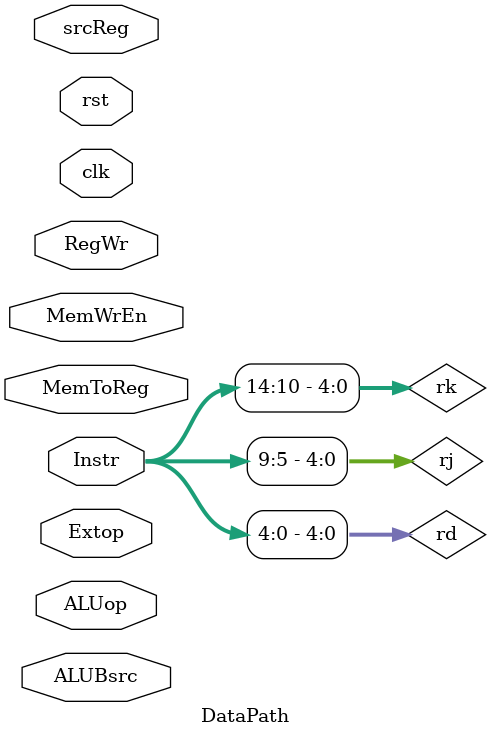
<source format=v>
`timescale 1ns / 1ps


module DataPath (
    input  wire        clk,
    input  wire        rst,
    input  wire [31:0] Instr,
    input  wire        srcReg,
    input  wire        ALUBsrc,
    input  wire        MemToReg,
    input  wire        RegWr,
    input  wire        MemWrEn,
    input  wire [2:0]  ALUop,
    input  wire [1:0]  Extop
);
    wire [4:0] rd = Instr[4:0];
    wire [4:0] rj = Instr[9:5];
    wire [4:0] rk = Instr[14:10];
    wire [31:0] immExt;
    Ext u_ext (
        .DataIn (Instr),
        .Extop  (Extop),
        .DataOut(immExt)
    );
    wire [4:0] Rb_sel = srcReg ? rd : rk;
    wire [31:0] busA, busB_reg;
    wire [31:0] WriteData;
    Registers u_regs (
        .clk  (clk),
        .RegWr(RegWr),
        .Ra   (rj),
        .Rb   (Rb_sel),
        .Rw   (rd),
        .busW (WriteData),
        .busA (busA),
        .busB (busB_reg)
    );
    wire [31:0] aluB = ALUBsrc ? immExt : busB_reg;
    wire [31:0] aluResult;
    wire        aluZero;
    ALU u_alu (
        .a      (busA),
        .b      (aluB),
        .op     (ALUop),
        .result (aluResult),
        .Zero   (aluZero)
    );
    wire [31:0] ramDataOut;
    DataRAM u_dram (
        .clk     (clk),
        .MemWrEn (MemWrEn),
        .addr    (aluResult),
        .data_in (busB_reg),
        .data_out(ramDataOut)
    );
    assign WriteData = MemToReg ? ramDataOut : aluResult;
endmodule
</source>
